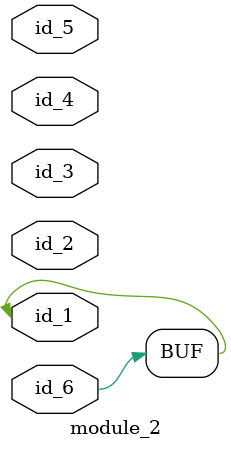
<source format=v>
module module_0 ();
  wire id_1;
endmodule
module module_1 (
    id_1,
    id_2
);
  inout wire id_2;
  output wire id_1;
  always begin : LABEL_0
    id_2 <= 1;
  end
  module_0 modCall_1 ();
endmodule
module module_2 (
    id_1,
    id_2,
    id_3,
    id_4,
    id_5,
    id_6
);
  input wire id_6;
  input wire id_5;
  input wire id_4;
  input wire id_3;
  inout wire id_2;
  inout wire id_1;
  wor id_7;
  module_0 modCall_1 ();
  assign id_7 = !id_4 | {id_7 ^ 1, id_2};
  wire id_8;
  always #1 begin : LABEL_0
    id_1 = id_6;
  end
endmodule

</source>
